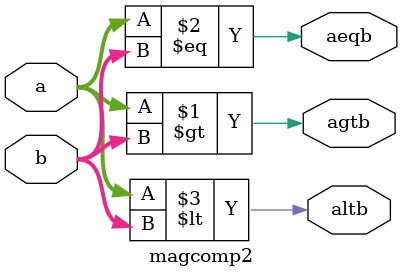
<source format=v>
module magcomp2(a,b,agtb,aeqb,altb);
  input [1:0] a,b;
  output agtb,aeqb,altb;
  
  assign agtb = (a>b);
  assign aeqb = (a==b);
  assign altb = (a<b);
  
endmodule

</source>
